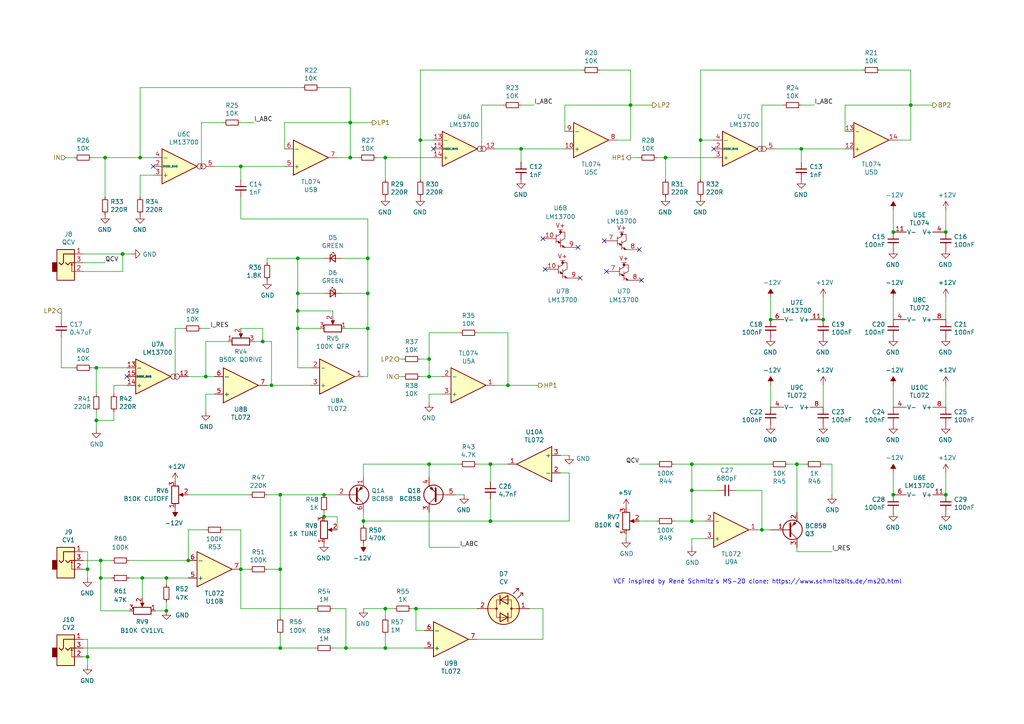
<source format=kicad_sch>
(kicad_sch (version 20211123) (generator eeschema)
  (paper "A4")
  (title_block (title "VCF-20") (rev "v1.0"))
  (junction (at 81.28 187.96))
  (junction (at 124.46 109.22))
  (junction (at 264.16 30.48))
  (junction (at 147.32 111.76))
  (junction (at 35.56 73.66))
  (junction (at 29.21 167.64))
  (junction (at 231.14 134.62))
  (junction (at 274.32 67.31))
  (junction (at 238.76 92.71))
  (junction (at 86.36 85.09))
  (junction (at 69.85 165.1))
  (junction (at 100.33 187.96))
  (junction (at 259.08 67.31))
  (junction (at 200.66 151.13))
  (junction (at 182.88 30.48))
  (junction (at 81.28 143.51))
  (junction (at 86.36 90.17))
  (junction (at 111.76 187.96))
  (junction (at 111.76 176.53))
  (junction (at 78.74 111.76))
  (junction (at 48.26 177.165))
  (junction (at 59.69 109.22))
  (junction (at 274.32 143.51))
  (junction (at 200.66 142.24))
  (junction (at 76.2 99.06))
  (junction (at 106.68 95.25))
  (junction (at 193.04 45.72))
  (junction (at 220.98 153.67))
  (junction (at 124.46 104.14))
  (junction (at 203.2 40.64))
  (junction (at 40.64 45.72))
  (junction (at 105.41 151.13))
  (junction (at 86.36 95.25))
  (junction (at 29.21 162.56))
  (junction (at 200.66 134.62))
  (junction (at 232.41 43.18))
  (junction (at 93.98 149.86))
  (junction (at 27.94 121.92))
  (junction (at 41.275 167.64))
  (junction (at 106.68 85.09))
  (junction (at 30.48 45.72))
  (junction (at 142.24 134.62))
  (junction (at 48.26 167.64))
  (junction (at 121.92 40.64))
  (junction (at 69.85 48.26))
  (junction (at 111.76 45.72))
  (junction (at 54.61 162.56))
  (junction (at 223.52 92.71))
  (junction (at 151.13 43.18))
  (junction (at 27.94 106.68))
  (junction (at 142.24 151.13))
  (junction (at 120.65 176.53))
  (junction (at 86.36 74.93))
  (junction (at 124.46 134.62))
  (junction (at 25.4 190.5))
  (junction (at 101.6 35.56))
  (junction (at 93.98 143.51))
  (junction (at 106.68 74.93))
  (junction (at 101.6 45.72))
  (junction (at 25.4 165.1))
  (junction (at 259.08 143.51))
  (junction (at 81.28 165.1))
  (no_connect (at 207.01 43.18))
  (no_connect (at 168.275 80.645))
  (no_connect (at 125.73 43.18))
  (no_connect (at 158.115 78.105))
  (no_connect (at 175.895 78.74))
  (no_connect (at 157.48 69.215))
  (no_connect (at 167.64 71.755))
  (no_connect (at 185.42 72.39))
  (no_connect (at 44.45 48.26))
  (no_connect (at 36.83 109.22))
  (no_connect (at 186.055 81.28))
  (no_connect (at 175.26 69.85))
  (wire (pts (xy 54.61 153.67) (xy 54.61 162.56)))
  (wire (pts (xy 142.24 151.13) (xy 165.1 151.13)))
  (wire (pts (xy 224.79 43.18) (xy 232.41 43.18)))
  (wire (pts (xy 77.47 165.1) (xy 81.28 165.1)))
  (wire (pts (xy 69.85 35.56) (xy 73.66 35.56)))
  (wire (pts (xy 124.46 148.59) (xy 124.46 158.75)))
  (wire (pts (xy 151.13 46.99) (xy 151.13 43.18)))
  (wire (pts (xy 124.46 114.3) (xy 124.46 116.84)))
  (wire (pts (xy 124.46 109.22) (xy 128.27 109.22)))
  (wire (pts (xy 81.28 184.15) (xy 81.28 187.96)))
  (wire (pts (xy 204.47 156.21) (xy 200.66 156.21)))
  (wire (pts (xy 111.76 52.07) (xy 111.76 45.72)))
  (wire (pts (xy 200.66 134.62) (xy 200.66 142.24)))
  (wire (pts (xy 200.66 151.13) (xy 204.47 151.13)))
  (wire (pts (xy 220.98 30.48) (xy 220.98 43.18)))
  (wire (pts (xy 121.92 40.64) (xy 121.92 20.32)))
  (wire (pts (xy 106.68 74.93) (xy 106.68 63.5)))
  (wire (pts (xy 92.71 95.25) (xy 86.36 95.25)))
  (wire (pts (xy 151.13 43.18) (xy 163.83 43.18)))
  (wire (pts (xy 182.88 40.64) (xy 179.07 40.64)))
  (wire (pts (xy 19.05 45.72) (xy 21.59 45.72)))
  (wire (pts (xy 82.55 43.18) (xy 82.55 35.56)))
  (wire (pts (xy 105.41 134.62) (xy 124.46 134.62)))
  (wire (pts (xy 41.275 167.64) (xy 48.26 167.64)))
  (wire (pts (xy 30.48 45.72) (xy 30.48 57.15)))
  (wire (pts (xy 203.2 40.64) (xy 203.2 52.07)))
  (wire (pts (xy 96.52 91.44) (xy 96.52 90.17)))
  (wire (pts (xy 73.66 99.06) (xy 76.2 99.06)))
  (wire (pts (xy 128.27 114.3) (xy 124.46 114.3)))
  (wire (pts (xy 81.28 143.51) (xy 77.47 143.51)))
  (wire (pts (xy 223.52 134.62) (xy 200.66 134.62)))
  (wire (pts (xy 227.33 30.48) (xy 220.98 30.48)))
  (wire (pts (xy 274.32 86.36) (xy 274.32 92.71)))
  (wire (pts (xy 223.52 111.76) (xy 223.52 118.11)))
  (wire (pts (xy 100.33 187.96) (xy 111.76 187.96)))
  (wire (pts (xy 182.88 30.48) (xy 189.23 30.48)))
  (wire (pts (xy 29.21 162.56) (xy 29.21 167.64)))
  (wire (pts (xy 142.24 134.62) (xy 147.32 134.62)))
  (wire (pts (xy 101.6 45.72) (xy 104.14 45.72)))
  (wire (pts (xy 219.71 153.67) (xy 220.98 153.67)))
  (wire (pts (xy 220.98 142.24) (xy 220.98 153.67)))
  (wire (pts (xy 120.65 176.53) (xy 138.43 176.53)))
  (wire (pts (xy 35.56 73.66) (xy 38.1 73.66)))
  (wire (pts (xy 78.74 111.76) (xy 77.47 111.76)))
  (wire (pts (xy 36.83 111.76) (xy 33.02 111.76)))
  (wire (pts (xy 264.16 20.32) (xy 264.16 30.48)))
  (wire (pts (xy 40.64 50.8) (xy 44.45 50.8)))
  (wire (pts (xy 213.36 142.24) (xy 220.98 142.24)))
  (wire (pts (xy 106.68 74.93) (xy 106.68 85.09)))
  (wire (pts (xy 54.61 143.51) (xy 72.39 143.51)))
  (wire (pts (xy 25.4 160.02) (xy 24.13 160.02)))
  (wire (pts (xy 157.48 185.42) (xy 157.48 176.53)))
  (wire (pts (xy 264.16 30.48) (xy 270.51 30.48)))
  (wire (pts (xy 25.4 190.5) (xy 25.4 185.42)))
  (wire (pts (xy 121.92 104.14) (xy 124.46 104.14)))
  (wire (pts (xy 29.21 177.165) (xy 37.465 177.165)))
  (wire (pts (xy 69.85 165.1) (xy 69.85 176.53)))
  (wire (pts (xy 62.23 48.26) (xy 69.85 48.26)))
  (wire (pts (xy 27.94 106.68) (xy 26.67 106.68)))
  (wire (pts (xy 259.08 111.76) (xy 259.08 118.11)))
  (wire (pts (xy 120.65 176.53) (xy 119.38 176.53)))
  (wire (pts (xy 29.21 167.64) (xy 29.21 177.165)))
  (wire (pts (xy 238.76 111.76) (xy 238.76 118.11)))
  (wire (pts (xy 106.68 85.09) (xy 99.06 85.09)))
  (wire (pts (xy 132.08 143.51) (xy 134.62 143.51)))
  (wire (pts (xy 17.78 97.79) (xy 17.78 106.68)))
  (wire (pts (xy 37.465 162.56) (xy 54.61 162.56)))
  (wire (pts (xy 29.21 162.56) (xy 32.385 162.56)))
  (wire (pts (xy 143.51 43.18) (xy 151.13 43.18)))
  (wire (pts (xy 78.74 111.76) (xy 90.17 111.76)))
  (wire (pts (xy 121.92 20.32) (xy 168.91 20.32)))
  (wire (pts (xy 86.36 74.93) (xy 86.36 85.09)))
  (wire (pts (xy 147.32 96.52) (xy 147.32 111.76)))
  (wire (pts (xy 24.13 73.66) (xy 35.56 73.66)))
  (wire (pts (xy 165.1 137.16) (xy 162.56 137.16)))
  (wire (pts (xy 106.68 95.25) (xy 106.68 109.22)))
  (wire (pts (xy 69.85 52.07) (xy 69.85 48.26)))
  (wire (pts (xy 24.13 187.96) (xy 81.28 187.96)))
  (wire (pts (xy 91.44 176.53) (xy 69.85 176.53)))
  (wire (pts (xy 245.11 38.1) (xy 245.11 30.48)))
  (wire (pts (xy 231.14 158.75) (xy 231.14 160.02)))
  (wire (pts (xy 27.94 121.92) (xy 33.02 121.92)))
  (wire (pts (xy 165.1 151.13) (xy 165.1 137.16)))
  (wire (pts (xy 17.78 106.68) (xy 21.59 106.68)))
  (wire (pts (xy 120.65 182.88) (xy 120.65 176.53)))
  (wire (pts (xy 24.13 78.74) (xy 35.56 78.74)))
  (wire (pts (xy 173.99 20.32) (xy 182.88 20.32)))
  (wire (pts (xy 54.61 153.67) (xy 59.69 153.67)))
  (wire (pts (xy 264.16 40.64) (xy 264.16 30.48)))
  (wire (pts (xy 245.11 30.48) (xy 264.16 30.48)))
  (wire (pts (xy 203.2 40.64) (xy 203.2 20.32)))
  (wire (pts (xy 53.34 95.25) (xy 50.8 95.25)))
  (wire (pts (xy 147.32 96.52) (xy 138.43 96.52)))
  (wire (pts (xy 17.78 90.17) (xy 17.78 92.71)))
  (wire (pts (xy 96.52 187.96) (xy 100.33 187.96)))
  (wire (pts (xy 59.69 99.06) (xy 59.69 109.22)))
  (wire (pts (xy 27.94 114.3) (xy 27.94 106.68)))
  (wire (pts (xy 97.79 45.72) (xy 101.6 45.72)))
  (wire (pts (xy 105.41 151.13) (xy 142.24 151.13)))
  (wire (pts (xy 124.46 96.52) (xy 133.35 96.52)))
  (wire (pts (xy 203.2 40.64) (xy 207.01 40.64)))
  (wire (pts (xy 162.56 132.08) (xy 165.1 132.08)))
  (wire (pts (xy 93.98 74.93) (xy 86.36 74.93)))
  (wire (pts (xy 101.6 25.4) (xy 101.6 35.56)))
  (wire (pts (xy 241.3 134.62) (xy 238.76 134.62)))
  (wire (pts (xy 121.92 40.64) (xy 125.73 40.64)))
  (wire (pts (xy 69.85 95.25) (xy 76.2 95.25)))
  (wire (pts (xy 81.28 187.96) (xy 91.44 187.96)))
  (wire (pts (xy 203.2 20.32) (xy 250.19 20.32)))
  (wire (pts (xy 232.41 46.99) (xy 232.41 43.18)))
  (wire (pts (xy 30.48 45.72) (xy 40.64 45.72)))
  (wire (pts (xy 81.28 143.51) (xy 81.28 165.1)))
  (wire (pts (xy 90.17 106.68) (xy 86.36 106.68)))
  (wire (pts (xy 24.13 165.1) (xy 25.4 165.1)))
  (wire (pts (xy 111.76 184.15) (xy 111.76 187.96)))
  (wire (pts (xy 200.66 134.62) (xy 195.58 134.62)))
  (wire (pts (xy 60.96 95.25) (xy 58.42 95.25)))
  (wire (pts (xy 231.14 134.62) (xy 231.14 148.59)))
  (wire (pts (xy 142.24 144.78) (xy 142.24 151.13)))
  (wire (pts (xy 25.4 185.42) (xy 24.13 185.42)))
  (wire (pts (xy 139.7 30.48) (xy 139.7 43.18)))
  (wire (pts (xy 24.13 190.5) (xy 25.4 190.5)))
  (wire (pts (xy 259.08 60.96) (xy 259.08 67.31)))
  (wire (pts (xy 146.05 30.48) (xy 139.7 30.48)))
  (wire (pts (xy 93.98 143.51) (xy 97.79 143.51)))
  (wire (pts (xy 111.76 187.96) (xy 123.19 187.96)))
  (wire (pts (xy 59.69 109.22) (xy 62.23 109.22)))
  (wire (pts (xy 69.85 48.26) (xy 82.55 48.26)))
  (wire (pts (xy 259.08 137.16) (xy 259.08 143.51)))
  (wire (pts (xy 100.33 176.53) (xy 100.33 187.96)))
  (wire (pts (xy 255.27 20.32) (xy 264.16 20.32)))
  (wire (pts (xy 190.5 45.72) (xy 193.04 45.72)))
  (wire (pts (xy 76.2 99.06) (xy 78.74 99.06)))
  (wire (pts (xy 77.47 74.93) (xy 86.36 74.93)))
  (wire (pts (xy 24.13 76.2) (xy 30.48 76.2)))
  (wire (pts (xy 69.85 153.67) (xy 64.77 153.67)))
  (wire (pts (xy 105.41 138.43) (xy 105.41 134.62)))
  (wire (pts (xy 238.76 86.36) (xy 238.76 92.71)))
  (wire (pts (xy 25.4 167.64) (xy 25.4 165.1)))
  (wire (pts (xy 274.32 137.16) (xy 274.32 143.51)))
  (wire (pts (xy 25.4 165.1) (xy 25.4 160.02)))
  (wire (pts (xy 193.04 45.72) (xy 207.01 45.72)))
  (wire (pts (xy 274.32 111.76) (xy 274.32 118.11)))
  (wire (pts (xy 115.57 104.14) (xy 116.84 104.14)))
  (wire (pts (xy 86.36 95.25) (xy 86.36 106.68)))
  (wire (pts (xy 101.6 45.72) (xy 101.6 35.56)))
  (wire (pts (xy 27.94 121.92) (xy 27.94 124.46)))
  (wire (pts (xy 181.61 154.94) (xy 181.61 156.21)))
  (wire (pts (xy 138.43 134.62) (xy 142.24 134.62)))
  (wire (pts (xy 48.26 167.64) (xy 48.26 169.545)))
  (wire (pts (xy 77.47 76.2) (xy 77.47 74.93)))
  (wire (pts (xy 200.66 158.75) (xy 200.66 156.21)))
  (wire (pts (xy 231.14 134.62) (xy 228.6 134.62)))
  (wire (pts (xy 220.98 153.67) (xy 223.52 153.67)))
  (wire (pts (xy 45.085 177.165) (xy 48.26 177.165)))
  (wire (pts (xy 59.69 119.38) (xy 59.69 114.3)))
  (wire (pts (xy 105.41 109.22) (xy 106.68 109.22)))
  (wire (pts (xy 29.21 167.64) (xy 32.385 167.64)))
  (wire (pts (xy 193.04 45.72) (xy 193.04 52.07)))
  (wire (pts (xy 142.24 139.7) (xy 142.24 134.62)))
  (wire (pts (xy 86.36 90.17) (xy 86.36 95.25)))
  (wire (pts (xy 182.88 40.64) (xy 182.88 30.48)))
  (wire (pts (xy 50.8 95.25) (xy 50.8 109.22)))
  (wire (pts (xy 163.83 38.1) (xy 163.83 30.48)))
  (wire (pts (xy 48.26 167.64) (xy 54.61 167.64)))
  (wire (pts (xy 223.52 86.36) (xy 223.52 92.71)))
  (wire (pts (xy 33.02 121.92) (xy 33.02 119.38)))
  (wire (pts (xy 124.46 96.52) (xy 124.46 104.14)))
  (wire (pts (xy 106.68 63.5) (xy 69.85 63.5)))
  (wire (pts (xy 151.13 30.48) (xy 154.94 30.48)))
  (wire (pts (xy 72.39 165.1) (xy 69.85 165.1)))
  (wire (pts (xy 157.48 176.53) (xy 153.67 176.53)))
  (wire (pts (xy 100.33 95.25) (xy 106.68 95.25)))
  (wire (pts (xy 241.3 134.62) (xy 241.3 143.51)))
  (wire (pts (xy 101.6 35.56) (xy 107.95 35.56)))
  (wire (pts (xy 264.16 40.64) (xy 260.35 40.64)))
  (wire (pts (xy 106.68 85.09) (xy 106.68 95.25)))
  (wire (pts (xy 138.43 185.42) (xy 157.48 185.42)))
  (wire (pts (xy 86.36 85.09) (xy 86.36 90.17)))
  (wire (pts (xy 182.88 20.32) (xy 182.88 30.48)))
  (wire (pts (xy 92.71 25.4) (xy 101.6 25.4)))
  (wire (pts (xy 163.83 30.48) (xy 182.88 30.48)))
  (wire (pts (xy 111.76 45.72) (xy 125.73 45.72)))
  (wire (pts (xy 69.85 153.67) (xy 69.85 165.1)))
  (wire (pts (xy 133.35 134.62) (xy 124.46 134.62)))
  (wire (pts (xy 105.41 176.53) (xy 111.76 176.53)))
  (wire (pts (xy 105.41 151.13) (xy 105.41 148.59)))
  (wire (pts (xy 40.64 25.4) (xy 87.63 25.4)))
  (wire (pts (xy 24.13 162.56) (xy 29.21 162.56)))
  (wire (pts (xy 96.52 176.53) (xy 100.33 176.53)))
  (wire (pts (xy 54.61 109.22) (xy 59.69 109.22)))
  (wire (pts (xy 59.69 114.3) (xy 62.23 114.3)))
  (wire (pts (xy 111.76 176.53) (xy 114.3 176.53)))
  (wire (pts (xy 40.64 45.72) (xy 44.45 45.72)))
  (wire (pts (xy 147.32 111.76) (xy 143.51 111.76)))
  (wire (pts (xy 105.41 152.4) (xy 105.41 151.13)))
  (wire (pts (xy 241.3 160.02) (xy 231.14 160.02)))
  (wire (pts (xy 115.57 109.22) (xy 116.84 109.22)))
  (wire (pts (xy 26.67 45.72) (xy 30.48 45.72)))
  (wire (pts (xy 27.94 119.38) (xy 27.94 121.92)))
  (wire (pts (xy 200.66 142.24) (xy 200.66 151.13)))
  (wire (pts (xy 93.98 85.09) (xy 86.36 85.09)))
  (wire (pts (xy 200.66 151.13) (xy 195.58 151.13)))
  (wire (pts (xy 76.2 95.25) (xy 76.2 99.06)))
  (wire (pts (xy 185.42 134.62) (xy 190.5 134.62)))
  (wire (pts (xy 182.88 45.72) (xy 185.42 45.72)))
  (wire (pts (xy 40.64 57.15) (xy 40.64 50.8)))
  (wire (pts (xy 123.19 182.88) (xy 120.65 182.88)))
  (wire (pts (xy 111.76 179.07) (xy 111.76 176.53)))
  (wire (pts (xy 274.32 60.96) (xy 274.32 67.31)))
  (wire (pts (xy 64.77 35.56) (xy 58.42 35.56)))
  (wire (pts (xy 78.74 99.06) (xy 78.74 111.76)))
  (wire (pts (xy 109.22 45.72) (xy 111.76 45.72)))
  (wire (pts (xy 86.36 90.17) (xy 96.52 90.17)))
  (wire (pts (xy 40.64 45.72) (xy 40.64 25.4)))
  (wire (pts (xy 200.66 142.24) (xy 208.28 142.24)))
  (wire (pts (xy 99.06 74.93) (xy 106.68 74.93)))
  (wire (pts (xy 93.98 148.59) (xy 93.98 149.86)))
  (wire (pts (xy 97.79 149.86) (xy 93.98 149.86)))
  (wire (pts (xy 232.41 30.48) (xy 236.22 30.48)))
  (wire (pts (xy 124.46 158.75) (xy 133.35 158.75)))
  (wire (pts (xy 59.69 99.06) (xy 66.04 99.06)))
  (wire (pts (xy 36.83 106.68) (xy 27.94 106.68)))
  (wire (pts (xy 156.21 111.76) (xy 147.32 111.76)))
  (wire (pts (xy 37.465 167.64) (xy 41.275 167.64)))
  (wire (pts (xy 48.26 174.625) (xy 48.26 177.165)))
  (wire (pts (xy 232.41 43.18) (xy 245.11 43.18)))
  (wire (pts (xy 69.85 63.5) (xy 69.85 57.15)))
  (wire (pts (xy 124.46 104.14) (xy 124.46 109.22)))
  (wire (pts (xy 81.28 143.51) (xy 93.98 143.51)))
  (wire (pts (xy 82.55 35.56) (xy 101.6 35.56)))
  (wire (pts (xy 41.275 173.355) (xy 41.275 167.64)))
  (wire (pts (xy 121.92 109.22) (xy 124.46 109.22)))
  (wire (pts (xy 81.28 165.1) (xy 81.28 179.07)))
  (wire (pts (xy 121.92 40.64) (xy 121.92 52.07)))
  (wire (pts (xy 124.46 134.62) (xy 124.46 138.43)))
  (wire (pts (xy 190.5 151.13) (xy 185.42 151.13)))
  (wire (pts (xy 33.02 111.76) (xy 33.02 114.3)))
  (wire (pts (xy 259.08 86.36) (xy 259.08 92.71)))
  (wire (pts (xy 97.79 153.67) (xy 97.79 149.86)))
  (wire (pts (xy 58.42 35.56) (xy 58.42 48.26)))
  (wire (pts (xy 35.56 78.74) (xy 35.56 73.66)))
  (wire (pts (xy 233.68 134.62) (xy 231.14 134.62)))
  (wire (pts (xy 25.4 193.04) (xy 25.4 190.5)))
  (text "VCF inspired by René Schmitz's MS-20 clone: https://www.schmitzbits.de/ms20.html" (at 177.8 169.545 0) (effects (font (size 1.27 1.27)) (justify left bottom)))
  (label "I_ABC" (at 236.22 30.48 0))
  (label "I_ABC" (at 154.94 30.48 0))
  (label "I_RES" (at 60.96 95.25 0))
  (label "QCV" (at 185.42 134.62 180))
  (label "I_ABC" (at 73.66 35.56 0))
  (label "I_RES" (at 241.3 160.02 0))
  (label "QCV" (at 30.48 76.2 0))
  (label "I_ABC" (at 133.35 158.75 0))
  (hierarchical_label "LP2" (shape output) (at 115.57 104.14 180))
  (hierarchical_label "HP1" (shape output) (at 156.21 111.76 0))
  (hierarchical_label "BP2" (shape output) (at 270.51 30.48 0))
  (hierarchical_label "IN" (shape input) (at 19.05 45.72 180))
  (hierarchical_label "LP2" (shape output) (at 189.23 30.48 0))
  (hierarchical_label "LP1" (shape output) (at 107.95 35.56 0))
  (hierarchical_label "HP1" (shape output) (at 182.88 45.72 180))
  (hierarchical_label "LP2" (shape output) (at 17.78 90.17 180))
  (hierarchical_label "IN" (shape output) (at 115.57 109.22 180))
  (symbol (lib_id "Device:R_Small") (at 171.45 20.32 90) (unit 1)
    (property "Reference" "R20" (at 171.45 15.3416 90))
    (property "Value" "10K" (at 171.45 17.653 90))
    (property "Footprint" "Resistor_SMD:R_0603_1608Metric" (effects hide))
  )
  (symbol (lib_id "Amplifier_Operational:TL074") (at 135.89 111.76 0) (mirror x) (unit 1)
    (property "Reference" "U5" (at 135.89 104.775 0))
    (property "Value" "TL074" (at 135.89 102.4636 0))
    (property "Footprint" "Package_SO:TSSOP-14_4.4x5mm_P0.65mm" (effects hide))
    (property "Datasheet" "http://www.ti.com/lit/ds/symlink/tl071.pdf" (effects hide))
  )
  (symbol (lib_id "Device:R_Small") (at 119.38 104.14 90) (unit 1)
    (property "Reference" "R37" (at 119.38 99.1616 90))
    (property "Value" "10K" (at 119.38 101.473 90))
    (property "Footprint" "Resistor_SMD:R_0603_1608Metric" (effects hide))
  )
  (symbol (lib_id "Device:R_Small") (at 67.31 35.56 90) (unit 1)
    (property "Reference" "R25" (at 67.31 30.5816 90))
    (property "Value" "10K" (at 67.31 32.893 90))
    (property "Footprint" "Resistor_SMD:R_0603_1608Metric" (effects hide))
  )
  (symbol (lib_id "vcf-20-rescue:LM13700-SamacSys_Parts") (at 52.07 48.26 0) (unit 3)
    (property "Reference" "U6" (at 53.34 38.9382 0))
    (property "Value" "LM13700" (at 53.34 41.2496 0))
    (property "Footprint" "Package_SO:SOIC-16_3.9x9.9mm_P1.27mm" (effects hide))
    (property "Datasheet" "http://www.ti.com/lit/ds/symlink/lm13700.pdf" (effects hide))
  )
  (symbol (lib_id "Device:R_Small") (at 24.13 45.72 90) (unit 1)
    (property "Reference" "R26" (at 24.13 40.7416 90))
    (property "Value" "10K" (at 24.13 43.053 90))
    (property "Footprint" "Resistor_SMD:R_0603_1608Metric" (effects hide))
  )
  (symbol (lib_id "Device:R_Small") (at 40.64 59.69 0) (unit 1)
    (property "Reference" "R34" (at 42.1386 58.5216 0) (effects (justify left)))
    (property "Value" "220R" (at 42.1386 60.833 0) (effects (justify left)))
    (property "Footprint" "Resistor_SMD:R_0603_1608Metric" (effects hide))
  )
  (symbol (lib_id "Device:R_Small") (at 30.48 59.69 0) (unit 1)
    (property "Reference" "R33" (at 31.9786 58.5216 0) (effects (justify left)))
    (property "Value" "220R" (at 31.9786 60.833 0) (effects (justify left)))
    (property "Footprint" "Resistor_SMD:R_0603_1608Metric" (effects hide))
  )
  (symbol (lib_id "power:GND") (at 40.64 62.23 0) (mirror y) (unit 1)
    (property "Reference" "#PWR043" (effects hide))
    (property "Value" "GND" (at 40.513 66.6242 0))
  )
  (symbol (lib_id "Device:C_Small") (at 69.85 54.61 0) (unit 1)
    (property "Reference" "C14" (at 72.1868 53.4416 0) (effects (justify left)))
    (property "Value" "1nF" (at 72.1868 55.753 0) (effects (justify left)))
    (property "Footprint" "Capacitor_SMD:C_0603_1608Metric" (effects hide))
  )
  (symbol (lib_id "power:GND") (at 30.48 62.23 0) (mirror y) (unit 1)
    (property "Reference" "#PWR042" (effects hide))
    (property "Value" "GND" (at 30.353 66.6242 0))
  )
  (symbol (lib_id "Amplifier_Operational:TL074") (at 90.17 45.72 0) (mirror x) (unit 2)
    (property "Reference" "U5" (at 90.17 55.0418 0))
    (property "Value" "TL074" (at 90.17 52.7304 0))
    (property "Footprint" "Package_SO:TSSOP-14_4.4x5mm_P0.65mm" (effects hide))
    (property "Datasheet" "http://www.ti.com/lit/ds/symlink/tl071.pdf" (effects hide))
  )
  (symbol (lib_id "Device:R_Small") (at 148.59 30.48 90) (unit 1)
    (property "Reference" "R23" (at 148.59 25.5016 90))
    (property "Value" "10K" (at 148.59 27.813 90))
    (property "Footprint" "Resistor_SMD:R_0603_1608Metric" (effects hide))
  )
  (symbol (lib_id "vcf-20-rescue:LM13700-SamacSys_Parts") (at 133.35 43.18 0) (unit 1)
    (property "Reference" "U6" (at 134.62 33.8582 0))
    (property "Value" "LM13700" (at 134.62 36.1696 0))
    (property "Footprint" "Package_SO:SOIC-16_3.9x9.9mm_P1.27mm" (effects hide))
    (property "Datasheet" "http://www.ti.com/lit/ds/symlink/lm13700.pdf" (effects hide))
  )
  (symbol (lib_id "Device:R_Small") (at 106.68 45.72 90) (unit 1)
    (property "Reference" "R27" (at 106.68 40.7416 90))
    (property "Value" "10K" (at 106.68 43.053 90))
    (property "Footprint" "Resistor_SMD:R_0603_1608Metric" (effects hide))
  )
  (symbol (lib_id "Device:R_Small") (at 111.76 54.61 0) (unit 1)
    (property "Reference" "R29" (at 113.2586 53.4416 0) (effects (justify left)))
    (property "Value" "220R" (at 113.2586 55.753 0) (effects (justify left)))
    (property "Footprint" "Resistor_SMD:R_0603_1608Metric" (effects hide))
  )
  (symbol (lib_id "Device:R_Small") (at 121.92 54.61 0) (unit 1)
    (property "Reference" "R30" (at 123.4186 53.4416 0) (effects (justify left)))
    (property "Value" "220R" (at 123.4186 55.753 0) (effects (justify left)))
    (property "Footprint" "Resistor_SMD:R_0603_1608Metric" (effects hide))
  )
  (symbol (lib_id "power:GND") (at 111.76 57.15 0) (mirror y) (unit 1)
    (property "Reference" "#PWR036" (effects hide))
    (property "Value" "GND" (at 111.633 61.5442 0))
  )
  (symbol (lib_id "Device:C_Small") (at 151.13 49.53 0) (unit 1)
    (property "Reference" "C12" (at 153.4668 48.3616 0) (effects (justify left)))
    (property "Value" "1nF" (at 153.4668 50.673 0) (effects (justify left)))
    (property "Footprint" "Capacitor_SMD:C_0603_1608Metric" (effects hide))
  )
  (symbol (lib_id "power:GND") (at 121.92 57.15 0) (mirror y) (unit 1)
    (property "Reference" "#PWR037" (effects hide))
    (property "Value" "GND" (at 121.793 61.5442 0))
  )
  (symbol (lib_id "Amplifier_Operational:TL074") (at 171.45 40.64 0) (mirror x) (unit 3)
    (property "Reference" "U5" (at 171.45 49.9618 0))
    (property "Value" "TL074" (at 171.45 47.6504 0))
    (property "Footprint" "Package_SO:TSSOP-14_4.4x5mm_P0.65mm" (effects hide))
    (property "Datasheet" "http://www.ti.com/lit/ds/symlink/tl071.pdf" (effects hide))
  )
  (symbol (lib_id "power:GND") (at 232.41 52.07 0) (mirror y) (unit 1)
    (property "Reference" "#PWR035" (effects hide))
    (property "Value" "GND" (at 232.283 56.4642 0))
  )
  (symbol (lib_id "vcf-20-rescue:R_POT-Device") (at 181.61 151.13 0) (mirror x) (unit 1)
    (property "Reference" "RV7" (at 179.832 149.9616 0) (effects (justify right)))
    (property "Value" "B10K Q" (at 179.832 152.273 0) (effects (justify right)))
    (property "Footprint" "covertneko_General:Potentiometer_Alpha_RD901F-40-00D_Single_Vertical" (effects hide))
  )
  (symbol (lib_id "power:GND") (at 27.94 124.46 0) (unit 1)
    (property "Reference" "#PWR066" (effects hide))
    (property "Value" "GND" (at 28.067 128.8542 0))
  )
  (symbol (lib_id "vcf-20-rescue:LM13700-SamacSys_Parts") (at 44.45 109.22 0) (unit 1)
    (property "Reference" "U7" (at 45.72 99.8982 0))
    (property "Value" "LM13700" (at 45.72 102.2096 0))
    (property "Footprint" "Package_SO:SOIC-16_3.9x9.9mm_P1.27mm" (effects hide))
    (property "Datasheet" "http://www.ti.com/lit/ds/symlink/lm13700.pdf" (effects hide))
  )
  (symbol (lib_id "Amplifier_Operational:TL072") (at 212.09 153.67 0) (mirror x) (unit 1)
    (property "Reference" "U9" (at 212.09 162.9918 0))
    (property "Value" "TL072" (at 212.09 160.6804 0))
    (property "Footprint" "Package_SO:TSSOP-8_4.4x3mm_P0.65mm" (effects hide))
    (property "Datasheet" "http://www.ti.com/lit/ds/symlink/tl071.pdf" (effects hide))
  )
  (symbol (lib_id "power:GND") (at 200.66 158.75 0) (unit 1)
    (property "Reference" "#PWR080" (effects hide))
    (property "Value" "GND" (at 200.787 163.1442 0))
  )
  (symbol (lib_id "Transistor_BJT:BC858") (at 228.6 153.67 0) (mirror x) (unit 1)
    (property "Reference" "Q3" (at 233.4514 154.8384 0) (effects (justify left)))
    (property "Value" "BC858" (at 233.4514 152.527 0) (effects (justify left)))
    (property "Footprint" "Package_TO_SOT_SMD:SOT-23" (effects hide))
    (property "Datasheet" "http://www.fairchildsemi.com/ds/BC/BC856.pdf" (effects hide))
  )
  (symbol (lib_id "Device:R_Small") (at 226.06 134.62 270) (unit 1)
    (property "Reference" "R45" (at 226.06 139.5984 90))
    (property "Value" "10K" (at 226.06 137.287 90))
    (property "Footprint" "Resistor_SMD:R_0603_1608Metric" (effects hide))
  )
  (symbol (lib_id "Device:R_Small") (at 193.04 151.13 270) (unit 1)
    (property "Reference" "R49" (at 193.04 156.1084 90))
    (property "Value" "100K" (at 193.04 153.797 90))
    (property "Footprint" "Resistor_SMD:R_0603_1608Metric" (effects hide))
  )
  (symbol (lib_id "Device:R_Small") (at 24.13 106.68 270) (mirror x) (unit 1)
    (property "Reference" "R40" (at 24.13 101.7016 90))
    (property "Value" "10K" (at 24.13 104.013 90))
    (property "Footprint" "Resistor_SMD:R_0603_1608Metric" (effects hide))
  )
  (symbol (lib_id "Device:R_Small") (at 33.02 116.84 0) (mirror y) (unit 1)
    (property "Reference" "R42" (at 34.4932 115.6716 0) (effects (justify right)))
    (property "Value" "220R" (at 34.4932 117.983 0) (effects (justify right)))
    (property "Footprint" "Resistor_SMD:R_0603_1608Metric" (effects hide))
  )
  (symbol (lib_id "Device:R_Small") (at 27.94 116.84 0) (mirror y) (unit 1)
    (property "Reference" "R41" (at 26.4414 115.6716 0) (effects (justify left)))
    (property "Value" "220R" (at 26.4414 117.983 0) (effects (justify left)))
    (property "Footprint" "Resistor_SMD:R_0603_1608Metric" (effects hide))
  )
  (symbol (lib_id "power:GND") (at 181.61 156.21 0) (unit 1)
    (property "Reference" "#PWR077" (effects hide))
    (property "Value" "GND" (at 181.737 160.6042 0))
  )
  (symbol (lib_id "Device:R_Small") (at 119.38 109.22 90) (unit 1)
    (property "Reference" "R38" (at 119.38 111.8616 90))
    (property "Value" "10K" (at 119.38 114.173 90))
    (property "Footprint" "Resistor_SMD:R_0603_1608Metric" (effects hide))
  )
  (symbol (lib_id "vcf-20-rescue:PJ-301M-SamacSys_Parts") (at 8.89 74.93 0) (unit 1)
    (property "Reference" "J8" (at 19.8628 67.945 0))
    (property "Value" "QCV" (at 19.8628 70.2564 0))
    (property "Footprint" "covertneko_Audio:PJ301M" (effects hide))
  )
  (symbol (lib_id "power:GND") (at 38.1 73.66 90) (mirror x) (unit 1)
    (property "Reference" "#PWR046" (effects hide))
    (property "Value" "GND" (at 41.3512 73.787 90) (effects (justify right)))
  )
  (symbol (lib_id "Amplifier_Operational:TL072") (at 266.7 95.25 270) (unit 3)
    (property "Reference" "U8" (at 266.7 86.995 90))
    (property "Value" "TL072" (at 266.7 89.3064 90))
    (property "Footprint" "Package_SO:TSSOP-8_4.4x3mm_P0.65mm" (effects hide))
    (property "Datasheet" "http://www.ti.com/lit/ds/symlink/tl071.pdf" (effects hide))
  )
  (symbol (lib_id "Device:C_Small") (at 274.32 95.25 0) (unit 1)
    (property "Reference" "C21" (at 276.6568 94.0816 0) (effects (justify left)))
    (property "Value" "100nF" (at 276.6568 96.393 0) (effects (justify left)))
    (property "Footprint" "Capacitor_SMD:C_0603_1608Metric" (effects hide))
  )
  (symbol (lib_id "Device:C_Small") (at 259.08 95.25 0) (unit 1)
    (property "Reference" "C20" (at 256.7686 94.0816 0) (effects (justify right)))
    (property "Value" "100nF" (at 256.7686 96.393 0) (effects (justify right)))
    (property "Footprint" "Capacitor_SMD:C_0603_1608Metric" (effects hide))
  )
  (symbol (lib_id "power:GND") (at 274.32 97.79 0) (mirror y) (unit 1)
    (property "Reference" "#PWR056" (effects hide))
    (property "Value" "GND" (at 274.193 102.1842 0))
  )
  (symbol (lib_id "power:GND") (at 259.08 97.79 0) (mirror y) (unit 1)
    (property "Reference" "#PWR055" (effects hide))
    (property "Value" "GND" (at 258.953 102.1842 0))
  )
  (symbol (lib_id "power:-12V") (at 259.08 86.36 0) (unit 1)
    (property "Reference" "#PWR050" (effects hide))
    (property "Value" "-12V" (at 259.461 81.9658 0))
  )
  (symbol (lib_id "power:+12V") (at 274.32 86.36 0) (unit 1)
    (property "Reference" "#PWR051" (effects hide))
    (property "Value" "+12V" (at 274.701 81.9658 0))
  )
  (symbol (lib_id "Amplifier_Operational:TL074") (at 266.7 64.77 270) (mirror x) (unit 5)
    (property "Reference" "U5" (at 266.7 62.357 90))
    (property "Value" "TL074" (at 266.7 64.6684 90))
    (property "Footprint" "Package_SO:TSSOP-14_4.4x5mm_P0.65mm" (effects hide))
    (property "Datasheet" "http://www.ti.com/lit/ds/symlink/tl071.pdf" (effects hide))
  )
  (symbol (lib_id "power:-12V") (at 259.08 60.96 0) (unit 1)
    (property "Reference" "#PWR040" (effects hide))
    (property "Value" "-12V" (at 259.461 56.5658 0))
  )
  (symbol (lib_id "power:+12V") (at 274.32 60.96 0) (unit 1)
    (property "Reference" "#PWR041" (effects hide))
    (property "Value" "+12V" (at 274.701 56.5658 0))
  )
  (symbol (lib_id "Device:C_Small") (at 274.32 69.85 0) (unit 1)
    (property "Reference" "C16" (at 276.6568 68.6816 0) (effects (justify left)))
    (property "Value" "100nF" (at 276.6568 70.993 0) (effects (justify left)))
    (property "Footprint" "Capacitor_SMD:C_0603_1608Metric" (effects hide))
  )
  (symbol (lib_id "Device:C_Small") (at 259.08 69.85 0) (unit 1)
    (property "Reference" "C15" (at 256.7686 68.6816 0) (effects (justify right)))
    (property "Value" "100nF" (at 256.7686 70.993 0) (effects (justify right)))
    (property "Footprint" "Capacitor_SMD:C_0603_1608Metric" (effects hide))
  )
  (symbol (lib_id "power:GND") (at 274.32 72.39 0) (mirror y) (unit 1)
    (property "Reference" "#PWR045" (effects hide))
    (property "Value" "GND" (at 274.193 76.7842 0))
  )
  (symbol (lib_id "power:GND") (at 259.08 72.39 0) (mirror y) (unit 1)
    (property "Reference" "#PWR044" (effects hide))
    (property "Value" "GND" (at 258.953 76.7842 0))
  )
  (symbol (lib_id "Amplifier_Operational:LM13700") (at 266.7 140.97 270) (mirror x) (unit 5)
    (property "Reference" "U6" (at 266.7 138.557 90))
    (property "Value" "LM13700" (at 266.7 140.8684 90))
    (property "Footprint" "Package_SO:SOIC-16_3.9x9.9mm_P1.27mm" (effects hide))
    (property "Datasheet" "http://www.ti.com/lit/ds/symlink/lm13700.pdf" (effects hide))
  )
  (symbol (lib_id "power:-12V") (at 259.08 137.16 0) (unit 1)
    (property "Reference" "#PWR068" (effects hide))
    (property "Value" "-12V" (at 259.461 132.7658 0))
  )
  (symbol (lib_id "power:+12V") (at 274.32 137.16 0) (unit 1)
    (property "Reference" "#PWR069" (effects hide))
    (property "Value" "+12V" (at 274.701 132.7658 0))
  )
  (symbol (lib_id "Device:C_Small") (at 274.32 146.05 0) (unit 1)
    (property "Reference" "C29" (at 276.6568 144.8816 0) (effects (justify left)))
    (property "Value" "100nF" (at 276.6568 147.193 0) (effects (justify left)))
    (property "Footprint" "Capacitor_SMD:C_0603_1608Metric" (effects hide))
  )
  (symbol (lib_id "Device:C_Small") (at 259.08 146.05 0) (unit 1)
    (property "Reference" "C28" (at 256.7686 144.8816 0) (effects (justify right)))
    (property "Value" "100nF" (at 256.7686 147.193 0) (effects (justify right)))
    (property "Footprint" "Capacitor_SMD:C_0603_1608Metric" (effects hide))
  )
  (symbol (lib_id "power:GND") (at 274.32 148.59 0) (mirror y) (unit 1)
    (property "Reference" "#PWR076" (effects hide))
    (property "Value" "GND" (at 274.193 152.9842 0))
  )
  (symbol (lib_id "power:GND") (at 259.08 148.59 0) (mirror y) (unit 1)
    (property "Reference" "#PWR075" (effects hide))
    (property "Value" "GND" (at 258.953 152.9842 0))
  )
  (symbol (lib_id "Device:R_Small") (at 135.89 96.52 90) (mirror x) (unit 1)
    (property "Reference" "R35" (at 135.89 91.5416 90))
    (property "Value" "10K" (at 135.89 93.853 90))
    (property "Footprint" "Resistor_SMD:R_0603_1608Metric" (effects hide))
  )
  (symbol (lib_id "Amplifier_Operational:TL072") (at 69.85 111.76 0) (mirror x) (unit 2)
    (property "Reference" "U8" (at 69.85 118.745 0))
    (property "Value" "TL072" (at 69.85 121.0564 0))
    (property "Footprint" "Package_SO:TSSOP-8_4.4x3mm_P0.65mm" (effects hide))
    (property "Datasheet" "http://www.ti.com/lit/ds/symlink/tl071.pdf" (effects hide))
  )
  (symbol (lib_id "power:GND") (at 59.69 119.38 0) (unit 1)
    (property "Reference" "#PWR061" (effects hide))
    (property "Value" "GND" (at 59.817 123.7742 0))
  )
  (symbol (lib_id "power:GND") (at 241.3 143.51 0) (unit 1)
    (property "Reference" "#PWR072" (effects hide))
    (property "Value" "GND" (at 241.427 147.9042 0))
  )
  (symbol (lib_id "Amplifier_Operational:TL072") (at 266.7 120.65 270) (unit 3)
    (property "Reference" "U10" (at 266.7 112.395 90))
    (property "Value" "TL072" (at 266.7 114.7064 90))
    (property "Footprint" "Package_SO:TSSOP-8_4.4x3mm_P0.65mm" (effects hide))
    (property "Datasheet" "http://www.ti.com/lit/ds/symlink/tl071.pdf" (effects hide))
  )
  (symbol (lib_id "Device:C_Small") (at 274.32 120.65 0) (unit 1)
    (property "Reference" "C25" (at 276.6568 119.4816 0) (effects (justify left)))
    (property "Value" "100nF" (at 276.6568 121.793 0) (effects (justify left)))
    (property "Footprint" "Capacitor_SMD:C_0603_1608Metric" (effects hide))
  )
  (symbol (lib_id "Device:C_Small") (at 259.08 120.65 0) (unit 1)
    (property "Reference" "C24" (at 256.7686 119.4816 0) (effects (justify right)))
    (property "Value" "100nF" (at 256.7686 121.793 0) (effects (justify right)))
    (property "Footprint" "Capacitor_SMD:C_0603_1608Metric" (effects hide))
  )
  (symbol (lib_id "power:GND") (at 274.32 123.19 0) (mirror y) (unit 1)
    (property "Reference" "#PWR065" (effects hide))
    (property "Value" "GND" (at 274.193 127.5842 0))
  )
  (symbol (lib_id "power:GND") (at 259.08 123.19 0) (mirror y) (unit 1)
    (property "Reference" "#PWR064" (effects hide))
    (property "Value" "GND" (at 258.953 127.5842 0))
  )
  (symbol (lib_id "power:-12V") (at 259.08 111.76 0) (unit 1)
    (property "Reference" "#PWR059" (effects hide))
    (property "Value" "-12V" (at 259.461 107.3658 0))
  )
  (symbol (lib_id "power:+12V") (at 274.32 111.76 0) (unit 1)
    (property "Reference" "#PWR060" (effects hide))
    (property "Value" "+12V" (at 274.701 107.3658 0))
  )
  (symbol (lib_id "Device:R_Small") (at 236.22 134.62 270) (unit 1)
    (property "Reference" "R46" (at 236.22 139.5984 90))
    (property "Value" "1K" (at 236.22 137.287 90))
    (property "Footprint" "Resistor_SMD:R_0603_1608Metric" (effects hide))
  )
  (symbol (lib_id "Device:C_Small") (at 210.82 142.24 270) (mirror x) (unit 1)
    (property "Reference" "C27" (at 210.82 136.4234 90))
    (property "Value" "680pF" (at 210.82 138.7348 90))
    (property "Footprint" "Capacitor_SMD:C_0603_1608Metric" (effects hide))
  )
  (symbol (lib_id "Device:R_Small") (at 55.88 95.25 270) (mirror x) (unit 1)
    (property "Reference" "R39" (at 55.88 90.2716 90))
    (property "Value" "10K" (at 55.88 92.583 90))
    (property "Footprint" "Resistor_SMD:R_0603_1608Metric" (effects hide))
  )
  (symbol (lib_id "Device:R_Small") (at 193.04 134.62 270) (unit 1)
    (property "Reference" "R44" (at 193.04 139.5984 90))
    (property "Value" "100K" (at 193.04 137.287 90))
    (property "Footprint" "Resistor_SMD:R_0603_1608Metric" (effects hide))
  )
  (symbol (lib_id "power:+5V") (at 181.61 147.32 0) (mirror y) (unit 1)
    (property "Reference" "#PWR074" (effects hide))
    (property "Value" "+5V" (at 181.229 142.9258 0))
  )
  (symbol (lib_id "Device:C_Small") (at 17.78 95.25 0) (unit 1)
    (property "Reference" "C17" (at 20.1168 94.0816 0) (effects (justify left)))
    (property "Value" "0.47uF" (at 20.1168 96.393 0) (effects (justify left)))
    (property "Footprint" "Capacitor_SMD:C_0603_1608Metric" (effects hide))
  )
  (symbol (lib_id "power:GND") (at 105.41 176.53 0) (mirror y) (unit 1)
    (property "Reference" "#PWR083" (effects hide))
    (property "Value" "GND" (at 105.283 180.9242 0))
  )
  (symbol (lib_id "Device:R_Small") (at 116.84 176.53 270) (unit 1)
    (property "Reference" "R55" (at 116.84 171.5516 90))
    (property "Value" "1K" (at 116.84 173.863 90))
    (property "Footprint" "Resistor_SMD:R_0603_1608Metric" (effects hide))
  )
  (symbol (lib_id "Amplifier_Operational:TL072") (at 130.81 185.42 0) (mirror x) (unit 2)
    (property "Reference" "U9" (at 130.81 192.405 0))
    (property "Value" "TL072" (at 130.81 194.7164 0))
    (property "Footprint" "Package_SO:TSSOP-8_4.4x3mm_P0.65mm" (effects hide))
    (property "Datasheet" "http://www.ti.com/lit/ds/symlink/tl071.pdf" (effects hide))
  )
  (symbol (lib_id "vcf-20-rescue:LED_Dual_2pin-Device") (at 146.05 176.53 0) (unit 1)
    (property "Reference" "D7" (at 146.05 166.4716 0))
    (property "Value" "CV" (at 146.05 168.783 0))
    (property "Footprint" "LED_THT:LED_D3.0mm_Clear" (effects hide))
  )
  (symbol (lib_id "Device:R_Small") (at 187.96 45.72 90) (unit 1)
    (property "Reference" "R28" (at 187.96 40.7416 90))
    (property "Value" "10K" (at 187.96 43.053 90))
    (property "Footprint" "Resistor_SMD:R_0603_1608Metric" (effects hide))
  )
  (symbol (lib_id "Device:R_Small") (at 229.87 30.48 90) (unit 1)
    (property "Reference" "R24" (at 229.87 25.5016 90))
    (property "Value" "10K" (at 229.87 27.813 90))
    (property "Footprint" "Resistor_SMD:R_0603_1608Metric" (effects hide))
  )
  (symbol (lib_id "vcf-20-rescue:LM13700-SamacSys_Parts") (at 214.63 43.18 0) (unit 3)
    (property "Reference" "U7" (at 215.9 33.8582 0))
    (property "Value" "LM13700" (at 215.9 36.1696 0))
    (property "Footprint" "Package_SO:SOIC-16_3.9x9.9mm_P1.27mm" (effects hide))
    (property "Datasheet" "http://www.ti.com/lit/ds/symlink/lm13700.pdf" (effects hide))
  )
  (symbol (lib_id "Device:R_Small") (at 203.2 54.61 0) (unit 1)
    (property "Reference" "R32" (at 204.6986 53.4416 0) (effects (justify left)))
    (property "Value" "220R" (at 204.6986 55.753 0) (effects (justify left)))
    (property "Footprint" "Resistor_SMD:R_0603_1608Metric" (effects hide))
  )
  (symbol (lib_id "Device:R_Small") (at 193.04 54.61 0) (unit 1)
    (property "Reference" "R31" (at 194.5386 53.4416 0) (effects (justify left)))
    (property "Value" "220R" (at 194.5386 55.753 0) (effects (justify left)))
    (property "Footprint" "Resistor_SMD:R_0603_1608Metric" (effects hide))
  )
  (symbol (lib_id "power:GND") (at 203.2 57.15 0) (mirror y) (unit 1)
    (property "Reference" "#PWR039" (effects hide))
    (property "Value" "GND" (at 203.073 61.5442 0))
  )
  (symbol (lib_id "Device:C_Small") (at 232.41 49.53 0) (unit 1)
    (property "Reference" "C13" (at 234.7468 48.3616 0) (effects (justify left)))
    (property "Value" "1nF" (at 234.7468 50.673 0) (effects (justify left)))
    (property "Footprint" "Capacitor_SMD:C_0603_1608Metric" (effects hide))
  )
  (symbol (lib_id "power:GND") (at 193.04 57.15 0) (mirror y) (unit 1)
    (property "Reference" "#PWR038" (effects hide))
    (property "Value" "GND" (at 192.913 61.5442 0))
  )
  (symbol (lib_id "Device:R_Small") (at 252.73 20.32 90) (unit 1)
    (property "Reference" "R21" (at 252.73 15.3416 90))
    (property "Value" "10K" (at 252.73 17.653 90))
    (property "Footprint" "Resistor_SMD:R_0603_1608Metric" (effects hide))
  )
  (symbol (lib_id "Amplifier_Operational:TL074") (at 252.73 40.64 0) (mirror x) (unit 4)
    (property "Reference" "U5" (at 252.73 49.9618 0))
    (property "Value" "TL074" (at 252.73 47.6504 0))
    (property "Footprint" "Package_SO:TSSOP-14_4.4x5mm_P0.65mm" (effects hide))
    (property "Datasheet" "http://www.ti.com/lit/ds/symlink/tl071.pdf" (effects hide))
  )
  (symbol (lib_id "Device:R_Small") (at 111.76 181.61 0) (unit 1)
    (property "Reference" "R57" (at 113.2586 180.4416 0) (effects (justify left)))
    (property "Value" "1M" (at 113.2586 182.753 0) (effects (justify left)))
    (property "Footprint" "Resistor_SMD:R_0603_1608Metric" (effects hide))
  )
  (symbol (lib_id "Device:R_Small") (at 93.98 187.96 270) (unit 1)
    (property "Reference" "R58" (at 93.98 182.9816 90))
    (property "Value" "1M" (at 93.98 185.293 90))
    (property "Footprint" "Resistor_SMD:R_0603_1608Metric" (effects hide))
  )
  (symbol (lib_id "power:GND") (at 124.46 116.84 0) (mirror y) (unit 1)
    (property "Reference" "#PWR052" (effects hide))
    (property "Value" "GND" (at 124.333 121.2342 0))
  )
  (symbol (lib_id "Amplifier_Operational:TL072") (at 231.14 120.65 270) (unit 3)
    (property "Reference" "U9" (at 231.14 112.395 90))
    (property "Value" "TL072" (at 231.14 114.7064 90))
    (property "Footprint" "Package_SO:TSSOP-8_4.4x3mm_P0.65mm" (effects hide))
    (property "Datasheet" "http://www.ti.com/lit/ds/symlink/tl071.pdf" (effects hide))
  )
  (symbol (lib_id "Device:C_Small") (at 238.76 120.65 0) (unit 1)
    (property "Reference" "C23" (at 241.0968 119.4816 0) (effects (justify left)))
    (property "Value" "100nF" (at 241.0968 121.793 0) (effects (justify left)))
    (property "Footprint" "Capacitor_SMD:C_0603_1608Metric" (effects hide))
  )
  (symbol (lib_id "Device:C_Small") (at 223.52 120.65 0) (unit 1)
    (property "Reference" "C22" (at 221.2086 119.4816 0) (effects (justify right)))
    (property "Value" "100nF" (at 221.2086 121.793 0) (effects (justify right)))
    (property "Footprint" "Capacitor_SMD:C_0603_1608Metric" (effects hide))
  )
  (symbol (lib_id "power:GND") (at 238.76 123.19 0) (mirror y) (unit 1)
    (property "Reference" "#PWR063" (effects hide))
    (property "Value" "GND" (at 238.633 127.5842 0))
  )
  (symbol (lib_id "power:GND") (at 223.52 123.19 0) (mirror y) (unit 1)
    (property "Reference" "#PWR062" (effects hide))
    (property "Value" "GND" (at 223.393 127.5842 0))
  )
  (symbol (lib_id "power:-12V") (at 223.52 111.76 0) (unit 1)
    (property "Reference" "#PWR057" (effects hide))
    (property "Value" "-12V" (at 223.901 107.3658 0))
  )
  (symbol (lib_id "power:+12V") (at 238.76 111.76 0) (unit 1)
    (property "Reference" "#PWR058" (effects hide))
    (property "Value" "+12V" (at 239.141 107.3658 0))
  )
  (symbol (lib_id "power:GND") (at 151.13 52.07 0) (mirror y) (unit 1)
    (property "Reference" "#PWR034" (effects hide))
    (property "Value" "GND" (at 151.003 56.4642 0))
  )
  (symbol (lib_id "Device:R_Small") (at 93.98 176.53 270) (unit 1)
    (property "Reference" "R54" (at 93.98 171.5516 90))
    (property "Value" "1M" (at 93.98 173.863 90))
    (property "Footprint" "Resistor_SMD:R_0603_1608Metric" (effects hide))
  )
  (symbol (lib_id "vcf-20-rescue:R_POT-Device") (at 96.52 95.25 270) (mirror x) (unit 1)
    (property "Reference" "RV5" (at 96.52 98.171 90))
    (property "Value" "100K QFR" (at 96.52 100.4824 90))
    (property "Footprint" "Potentiometer_SMD:Potentiometer_Bourns_TC33X_Vertical" (effects hide))
  )
  (symbol (lib_id "Amplifier_Operational:LM13700") (at 231.14 90.17 270) (mirror x) (unit 5)
    (property "Reference" "U7" (at 231.14 87.757 90))
    (property "Value" "LM13700" (at 231.14 90.0684 90))
    (property "Footprint" "Package_SO:SOIC-16_3.9x9.9mm_P1.27mm" (effects hide))
    (property "Datasheet" "http://www.ti.com/lit/ds/symlink/lm13700.pdf" (effects hide))
  )
  (symbol (lib_id "power:-12V") (at 223.52 86.36 0) (unit 1)
    (property "Reference" "#PWR048" (effects hide))
    (property "Value" "-12V" (at 223.901 81.9658 0))
  )
  (symbol (lib_id "power:+12V") (at 238.76 86.36 0) (unit 1)
    (property "Reference" "#PWR049" (effects hide))
    (property "Value" "+12V" (at 239.141 81.9658 0))
  )
  (symbol (lib_id "Device:C_Small") (at 238.76 95.25 0) (unit 1)
    (property "Reference" "C19" (at 241.0968 94.0816 0) (effects (justify left)))
    (property "Value" "100nF" (at 241.0968 96.393 0) (effects (justify left)))
    (property "Footprint" "Capacitor_SMD:C_0603_1608Metric" (effects hide))
  )
  (symbol (lib_id "Device:C_Small") (at 223.52 95.25 0) (unit 1)
    (property "Reference" "C18" (at 221.2086 94.0816 0) (effects (justify right)))
    (property "Value" "100nF" (at 221.2086 96.393 0) (effects (justify right)))
    (property "Footprint" "Capacitor_SMD:C_0603_1608Metric" (effects hide))
  )
  (symbol (lib_id "power:GND") (at 238.76 97.79 0) (mirror y) (unit 1)
    (property "Reference" "#PWR054" (effects hide))
    (property "Value" "GND" (at 238.633 102.1842 0))
  )
  (symbol (lib_id "power:GND") (at 223.52 97.79 0) (mirror y) (unit 1)
    (property "Reference" "#PWR053" (effects hide))
    (property "Value" "GND" (at 223.393 102.1842 0))
  )
  (symbol (lib_id "vcf-20-rescue:R_POT-Device") (at 50.8 143.51 0) (mirror x) (unit 1)
    (property "Reference" "RV6" (at 49.022 142.3416 0) (effects (justify right)))
    (property "Value" "B10K CUTOFF" (at 49.022 144.653 0) (effects (justify right)))
    (property "Footprint" "covertneko_General:Potentiometer_Alpha_RD901F-40-00D_Single_Vertical" (effects hide))
  )
  (symbol (lib_id "vcf-20-rescue:PJ-301M-SamacSys_Parts") (at 8.89 161.29 0) (unit 1)
    (property "Reference" "J9" (at 19.8628 154.305 0))
    (property "Value" "CV1" (at 19.8628 156.6164 0))
    (property "Footprint" "covertneko_Audio:PJ301M" (effects hide))
  )
  (symbol (lib_id "vcf-20-rescue:PJ-301M-SamacSys_Parts") (at 8.89 186.69 0) (unit 1)
    (property "Reference" "J10" (at 19.8628 179.705 0))
    (property "Value" "CV2" (at 19.8628 182.0164 0))
    (property "Footprint" "covertneko_Audio:PJ301M" (effects hide))
  )
  (symbol (lib_id "power:GND") (at 48.26 177.165 0) (mirror y) (unit 1)
    (property "Reference" "#PWR082" (effects hide))
    (property "Value" "GND" (at 50.8 178.4349 0) (effects (justify right)))
  )
  (symbol (lib_id "power:GND") (at 25.4 193.04 0) (mirror y) (unit 1)
    (property "Reference" "#PWR084" (effects hide))
    (property "Value" "GND" (at 25.273 197.4342 0))
  )
  (symbol (lib_id "power:GND") (at 25.4 167.64 0) (mirror y) (unit 1)
    (property "Reference" "#PWR081" (effects hide))
    (property "Value" "GND" (at 25.273 172.0342 0))
  )
  (symbol (lib_id "Device:R_Small") (at 74.93 165.1 90) (unit 1)
    (property "Reference" "R51" (at 74.93 160.1216 90))
    (property "Value" "100K" (at 74.93 162.433 90))
    (property "Footprint" "Resistor_SMD:R_0603_1608Metric" (effects hide))
  )
  (symbol (lib_id "Device:R_Small") (at 81.28 181.61 180) (unit 1)
    (property "Reference" "R56" (at 83.82 180.3399 0) (effects (justify right)))
    (property "Value" "100K" (at 83.82 182.8799 0) (effects (justify right)))
    (property "Footprint" "Resistor_SMD:R_0603_1608Metric" (effects hide))
  )
  (symbol (lib_id "Device:R_Small") (at 74.93 143.51 90) (unit 1)
    (property "Reference" "R47" (at 74.93 138.5316 90))
    (property "Value" "220K" (at 74.93 140.843 90))
    (property "Footprint" "Resistor_SMD:R_0603_1608Metric" (effects hide))
  )
  (symbol (lib_id "power:+12V") (at 50.8 139.7 0) (unit 1)
    (property "Reference" "#PWR070" (effects hide))
    (property "Value" "+12V" (at 51.181 135.3058 0))
  )
  (symbol (lib_id "power:-12V") (at 50.8 147.32 180) (unit 1)
    (property "Reference" "#PWR073" (effects hide))
    (property "Value" "-12V" (at 50.419 151.7142 0))
  )
  (symbol (lib_id "vcf-20-rescue:R_POT-Device") (at 41.275 177.165 270) (mirror x) (unit 1)
    (property "Reference" "RV9" (at 41.275 180.34 90))
    (property "Value" "B10K CV1LVL" (at 41.275 182.88 90))
    (property "Footprint" "covertneko_General:Potentiometer_Alpha_RD901F-40-00D_Single_Vertical" (effects hide))
  )
  (symbol (lib_id "power:GND") (at 165.1 132.08 0) (mirror y) (unit 1)
    (property "Reference" "#PWR067" (effects hide))
    (property "Value" "GND" (at 167.0812 133.0198 0) (effects (justify right)))
  )
  (symbol (lib_id "power:GND") (at 134.62 143.51 0) (mirror y) (unit 1)
    (property "Reference" "#PWR071" (effects hide))
    (property "Value" "GND" (at 134.493 147.9042 0))
  )
  (symbol (lib_id "Device:C_Small") (at 142.24 142.24 0) (unit 1)
    (property "Reference" "C26" (at 144.5768 141.0716 0) (effects (justify left)))
    (property "Value" "4.7nF" (at 144.5768 143.383 0) (effects (justify left)))
    (property "Footprint" "Capacitor_SMD:C_0603_1608Metric" (effects hide))
  )
  (symbol (lib_id "Device:R_Small") (at 135.89 134.62 270) (unit 1)
    (property "Reference" "R43" (at 135.89 129.6416 90))
    (property "Value" "4.7K" (at 135.89 131.953 90))
    (property "Footprint" "Resistor_SMD:R_0603_1608Metric" (effects hide))
  )
  (symbol (lib_id "Device:R_Small") (at 105.41 154.94 180) (unit 1)
    (property "Reference" "R50" (at 106.9086 153.7716 0) (effects (justify right)))
    (property "Value" "470K" (at 106.9086 156.083 0) (effects (justify right)))
    (property "Footprint" "Resistor_SMD:R_0603_1608Metric" (effects hide))
  )
  (symbol (lib_id "power:-12V") (at 105.41 157.48 180) (unit 1)
    (property "Reference" "#PWR079" (effects hide))
    (property "Value" "-12V" (at 105.029 161.8742 0))
  )
  (symbol (lib_id "Transistor_BJT:BC857BS") (at 127 143.51 180) (unit 2)
    (property "Reference" "Q1" (at 122.1486 142.3416 0) (effects (justify left)))
    (property "Value" "BC858" (at 122.1486 144.653 0) (effects (justify left)))
    (property "Footprint" "Package_TO_SOT_SMD:SOT-363_SC-70-6" (effects hide))
    (property "Datasheet" "https://assets.nexperia.com/documents/data-sheet/BC857BS.pdf" (effects hide))
  )
  (symbol (lib_id "Transistor_BJT:BC857BS") (at 102.87 143.51 0) (mirror x) (unit 1)
    (property "Reference" "Q1" (at 107.7214 142.3416 0) (effects (justify left)))
    (property "Value" "BC858" (at 107.7214 144.653 0) (effects (justify left)))
    (property "Footprint" "Package_TO_SOT_SMD:SOT-363_SC-70-6" (effects hide))
    (property "Datasheet" "https://assets.nexperia.com/documents/data-sheet/BC857BS.pdf" (effects hide))
  )
  (symbol (lib_id "Amplifier_Operational:TL072") (at 154.94 134.62 0) (mirror y) (unit 1)
    (property "Reference" "U10" (at 154.94 125.2982 0))
    (property "Value" "TL072" (at 154.94 127.6096 0))
    (property "Footprint" "Package_SO:TSSOP-8_4.4x3mm_P0.65mm" (effects hide))
    (property "Datasheet" "http://www.ti.com/lit/ds/symlink/tl071.pdf" (effects hide))
  )
  (symbol (lib_id "Device:R_Small") (at 90.17 25.4 90) (unit 1)
    (property "Reference" "R22" (at 90.17 20.4216 90))
    (property "Value" "10K" (at 90.17 22.733 90))
    (property "Footprint" "Resistor_SMD:R_0603_1608Metric" (effects hide))
  )
  (symbol (lib_id "Amplifier_Operational:TL072") (at 62.23 165.1 0) (mirror x) (unit 2)
    (property "Reference" "U10" (at 62.23 174.4218 0))
    (property "Value" "TL072" (at 62.23 172.1104 0))
    (property "Footprint" "Package_SO:TSSOP-8_4.4x3mm_P0.65mm" (effects hide))
    (property "Datasheet" "http://www.ti.com/lit/ds/symlink/tl071.pdf" (effects hide))
  )
  (symbol (lib_id "Device:R_Small") (at 62.23 153.67 90) (mirror x) (unit 1)
    (property "Reference" "R53" (at 62.23 158.6484 90))
    (property "Value" "100K" (at 62.23 156.337 90))
    (property "Footprint" "Resistor_SMD:R_0603_1608Metric" (effects hide))
  )
  (symbol (lib_id "Device:R_Small") (at 48.26 172.085 180) (unit 1)
    (property "Reference" "R52" (at 50.8 170.8149 0) (effects (justify right)))
    (property "Value" "47K" (at 50.8 173.3549 0) (effects (justify right)))
    (property "Footprint" "Resistor_SMD:R_0603_1608Metric" (effects hide))
  )
  (symbol (lib_id "vcf-20-rescue:R_POT-Device") (at 93.98 153.67 0) (mirror x) (unit 1)
    (property "Reference" "RV8" (at 92.202 152.5016 0) (effects (justify right)))
    (property "Value" "1K TUNE" (at 92.202 154.813 0) (effects (justify right)))
    (property "Footprint" "Potentiometer_SMD:Potentiometer_Bourns_TC33X_Vertical" (effects hide))
  )
  (symbol (lib_id "Device:R_Small") (at 93.98 146.05 180) (unit 1)
    (property "Reference" "R48" (at 92.4814 144.8816 0) (effects (justify left)))
    (property "Value" "1K" (at 92.4814 147.193 0) (effects (justify left)))
    (property "Footprint" "Resistor_SMD:R_0603_1608Metric" (effects hide))
  )
  (symbol (lib_id "power:GND") (at 93.98 157.48 0) (mirror y) (unit 1)
    (property "Reference" "#PWR078" (effects hide))
    (property "Value" "GND" (at 93.853 161.8742 0))
  )
  (symbol (lib_id "Device:LED_Small") (at 96.52 74.93 0) (unit 1)
    (property "Reference" "D5" (at 96.52 68.961 0))
    (property "Value" "GREEN" (at 96.52 71.2724 0))
    (property "Footprint" "LED_THT:LED_D3.0mm" (effects hide))
  )
  (symbol (lib_id "Device:LED_Small") (at 96.52 85.09 0) (mirror y) (unit 1)
    (property "Reference" "D6" (at 96.52 79.121 0))
    (property "Value" "GREEN" (at 96.52 81.4324 0))
    (property "Footprint" "LED_THT:LED_D3.0mm" (effects hide))
  )
  (symbol (lib_id "power:GND") (at 77.47 81.28 0) (unit 1)
    (property "Reference" "#PWR047" (effects hide))
    (property "Value" "GND" (at 77.597 85.6742 0))
  )
  (symbol (lib_id "Device:R_Small") (at 77.47 78.74 0) (mirror x) (unit 1)
    (property "Reference" "R36" (at 75.9714 77.5716 0) (effects (justify right)))
    (property "Value" "1.8K" (at 75.9714 79.883 0) (effects (justify right)))
    (property "Footprint" "Resistor_SMD:R_0603_1608Metric" (effects hide))
  )
  (symbol (lib_id "Amplifier_Operational:TL072") (at 97.79 109.22 0) (mirror x) (unit 1)
    (property "Reference" "U8" (at 97.79 116.205 0))
    (property "Value" "TL072" (at 97.79 118.5164 0))
    (property "Footprint" "Package_SO:TSSOP-8_4.4x3mm_P0.65mm" (effects hide))
    (property "Datasheet" "http://www.ti.com/lit/ds/symlink/tl071.pdf" (effects hide))
  )
  (symbol (lib_id "vcf-20-rescue:R_POT-Device") (at 69.85 99.06 90) (unit 1)
    (property "Reference" "RV4" (at 69.85 101.981 90))
    (property "Value" "B50K QDRIVE" (at 69.85 104.2924 90))
    (property "Footprint" "covertneko_General:Potentiometer_SongHuei_RD0904N-L25-KQ_Single_Vertical" (effects hide))
  )
  (symbol (lib_id "vcf-20-rescue:LM13700-SamacSys_Parts") (at 182.88 69.85 0) (unit 4)
    (property "Reference" "U6" (at 180.34 61.595 0))
    (property "Value" "LM13700" (at 180.34 64.135 0))
    (property "Footprint" "Package_SO:SOIC-16_3.9x9.9mm_P1.27mm" (effects hide))
    (property "Datasheet" "http://www.ti.com/lit/ds/symlink/lm13700.pdf" (effects hide))
  )
  (symbol (lib_id "vcf-20-rescue:LM13700-SamacSys_Parts") (at 165.735 78.105 0) (unit 2)
    (property "Reference" "U7" (at 163.195 84.455 0))
    (property "Value" "LM13700" (at 163.195 86.995 0))
    (property "Footprint" "Package_SO:SOIC-16_3.9x9.9mm_P1.27mm" (effects hide))
    (property "Datasheet" "http://www.ti.com/lit/ds/symlink/lm13700.pdf" (effects hide))
  )
  (symbol (lib_id "Device:R_Small") (at 34.925 167.64 90) (unit 1)
    (property "Reference" "R61" (at 34.925 171.45 90))
    (property "Value" "47K" (at 34.925 173.99 90))
    (property "Footprint" "Resistor_SMD:R_0603_1608Metric" (effects hide))
  )
  (symbol (lib_id "vcf-20-rescue:LM13700-SamacSys_Parts") (at 183.515 78.74 0) (unit 4)
    (property "Reference" "U7" (at 180.975 84.455 0))
    (property "Value" "LM13700" (at 180.975 86.995 0))
    (property "Footprint" "Package_SO:SOIC-16_3.9x9.9mm_P1.27mm" (effects hide))
    (property "Datasheet" "http://www.ti.com/lit/ds/symlink/lm13700.pdf" (effects hide))
  )
  (symbol (lib_id "vcf-20-rescue:LM13700-SamacSys_Parts") (at 165.1 69.215 0) (unit 2)
    (property "Reference" "U6" (at 162.56 60.325 0))
    (property "Value" "LM13700" (at 162.56 62.865 0))
    (property "Footprint" "Package_SO:SOIC-16_3.9x9.9mm_P1.27mm" (effects hide))
    (property "Datasheet" "http://www.ti.com/lit/ds/symlink/lm13700.pdf" (effects hide))
  )
  (symbol (lib_id "Device:R_Small") (at 34.925 162.56 90) (unit 1)
    (property "Reference" "R60" (at 34.925 156.21 90))
    (property "Value" "100K" (at 34.925 158.75 90))
    (property "Footprint" "Resistor_SMD:R_0603_1608Metric" (effects hide))
  )
)
</source>
